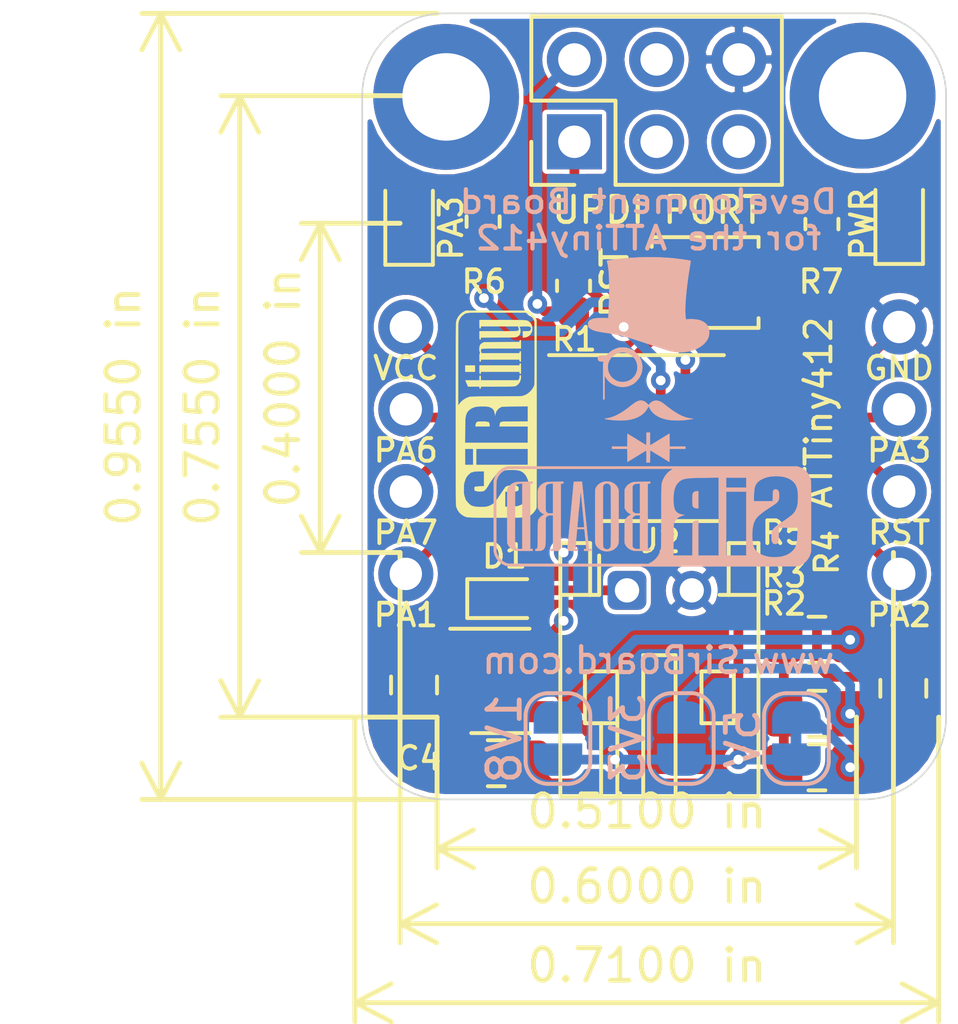
<source format=kicad_pcb>
(kicad_pcb (version 20171130) (host pcbnew "(5.1.2)-2")
  (layers (0 F.Cu signal) (31 B.Cu signal) (34 B.Paste user) (35 F.Paste user) (36 B.SilkS user) (37 F.SilkS user) (38 B.Mask user) (39 F.Mask user) (44 Edge.Cuts user))
  (net 0 "")
  (net 1 "Net-(PWR1-Pad2)")
  (net 2 VCC)
  (net 3 VIN)
  (net 4 GND)
  (net 5 RST)
  (net 6 "Net-(1V8-Pad2)")
  (net 7 "Net-(1V8-Pad1)")
  (net 8 "Net-(3V3-Pad2)")
  (net 9 "Net-(5V1-Pad1)")
  (net 10 "Net-(C3-Pad1)")
  (net 11 PA1)
  (net 12 PA7)
  (net 13 PA6)
  (net 14 PA2)
  (net 15 PA3)
  (net 16 "Net-(J4-Pad5)")
  (net 17 "Net-(J4-Pad4)")
  (net 18 "Net-(J4-Pad3)")
  (net 19 "Net-(PWR2-Pad2)")
  (module Connector_PinHeader_2.54mm:PinHeader_1x04_P2.54mm_Vertical (layer B.Cu) (at 162.052 117.348 180)
    (fp_text reference J1 hide)
    (fp_text value Conn_01x04)
    (pad 4 thru_hole oval (at 0 -7.62 180) (size 1.7 1.7) (drill 1) (layers *.Cu *.Mask) (net 11 PA1))
    (pad 3 thru_hole oval (at 0 -5.08 180) (size 1.7 1.7) (drill 1) (layers *.Cu *.Mask) (net 12 PA7))
    (pad 2 thru_hole oval (at 0 -2.54 180) (size 1.7 1.7) (drill 1) (layers *.Cu *.Mask) (net 13 PA6))
    (pad 1 thru_hole circle (at 0 0 180) (size 1.7 1.7) (drill 1) (layers *.Cu *.Mask) (net 2 VCC))
  )
  (module Connector_PinHeader_2.54mm:PinHeader_1x04_P2.54mm_Vertical (layer B.Cu) (at 177.292 117.348 180)
    (fp_text reference J3 hide)
    (fp_text value Conn_01x04)
    (pad 4 thru_hole oval (at 0 -7.62 180) (size 1.7 1.7) (drill 1) (layers *.Cu *.Mask) (net 14 PA2))
    (pad 3 thru_hole oval (at 0 -5.08 180) (size 1.7 1.7) (drill 1) (layers *.Cu *.Mask) (net 5 RST))
    (pad 2 thru_hole oval (at 0 -2.54 180) (size 1.7 1.7) (drill 1) (layers *.Cu *.Mask) (net 15 PA3))
    (pad 1 thru_hole circle (at 0 0 180) (size 1.7 1.7) (drill 1) (layers *.Cu *.Mask) (net 4 GND))
  )
  (module Jumper:SolderJumper-2_P1.3mm_Bridged_RoundedPad1.0x1.5mm (layer B.Cu) (at 174.117 130.048 270)
    (fp_text reference 5V (at 0 1.651 270) (layer B.SilkS) (effects (justify mirror)))
    (fp_text value SolderJumper_2_Bridged)
    (fp_poly (pts (xy 0.25 0.1778) (xy -0.25 0.1778) (xy -0.25 -0.1524) (xy 0.25 -0.1524)) (layer B.Cu) (width 0))
    (pad 2 smd custom (at 0.65 0 270) (size 1 0.5) (layers B.Cu B.Mask) (net 7 "Net-(1V8-Pad1)") (options (clearance outline) (anchor rect)) (primitives (gr_circle (center 0 -0.25) (end 0.5 -0.25) (width 0)) (gr_circle (center 0 0.25) (end 0.5 0.25) (width 0)) (gr_poly (pts (xy 0 0.75) (xy -0.5 0.75) (xy -0.5 -0.75) (xy 0 -0.75)) (width 0))))
    (pad 1 smd custom (at -0.65 0 270) (size 1 0.5) (layers B.Cu B.Mask) (net 9 "Net-(5V1-Pad1)") (options (clearance outline) (anchor rect)) (primitives (gr_circle (center 0 -0.25) (end 0.5 -0.25) (width 0)) (gr_circle (center 0 0.25) (end 0.5 0.25) (width 0)) (gr_poly (pts (xy 0 0.75) (xy 0.5 0.75) (xy 0.5 -0.75) (xy 0 -0.75)) (width 0))))
  )
  (module Connector_PinHeader_2.54mm:PinHeader_2x03_P2.54mm_Vertical (layer F.Cu) (at 167.259 111.633 90)
    (fp_text reference "UPDI PORT" (at -2.1082 2.5654 180) (layer F.SilkS) (effects (font (size 0.8 0.8) (thickness 0.13))))
    (fp_text value ISP6)
    (pad 1 thru_hole rect (at 0 0 90) (size 1.7 1.7) (drill 1) (layers *.Cu *.Mask) (net 5 RST))
    (pad 2 thru_hole oval (at 2.54 0 90) (size 1.7 1.7) (drill 1) (layers *.Cu *.Mask) (net 2 VCC))
    (pad 3 thru_hole oval (at 0 2.54 90) (size 1.7 1.7) (drill 1) (layers *.Cu *.Mask) (net 18 "Net-(J4-Pad3)"))
    (pad 4 thru_hole oval (at 2.54 2.54 90) (size 1.7 1.7) (drill 1) (layers *.Cu *.Mask) (net 17 "Net-(J4-Pad4)"))
    (pad 5 thru_hole oval (at 0 5.08 90) (size 1.7 1.7) (drill 1) (layers *.Cu *.Mask) (net 16 "Net-(J4-Pad5)"))
    (pad 6 thru_hole oval (at 2.54 5.08 90) (size 1.7 1.7) (drill 1) (layers *.Cu *.Mask) (net 4 GND))
  )
  (module Resistor_SMD:R_0603_1608Metric (layer F.Cu) (at 164.4396 114.0968 90)
    (fp_text reference R6 (at -1.8542 0.0254) (layer F.SilkS) (effects (font (size 0.7 0.7) (thickness 0.12))))
    (fp_text value 1k)
    (pad 2 smd roundrect (at 0.7875 0 90) (size 0.875 0.95) (layers F.Cu F.Paste F.Mask) (net 19 "Net-(PWR2-Pad2)"))
    (pad 1 smd roundrect (at -0.7875 0 90) (size 0.875 0.95) (layers F.Cu F.Paste F.Mask) (net 15 PA3))
  )
  (module LED_SMD:LED_0603_1608Metric (layer F.Cu) (at 162.1536 113.9444 90)
    (fp_text reference PA3 (at -0.3556 1.2954 270) (layer F.SilkS) (effects (font (size 0.7 0.7) (thickness 0.12))))
    (fp_text value SFH460)
    (pad 2 smd roundrect (at 0.7875 0 90) (size 0.875 0.95) (layers F.Cu F.Paste F.Mask) (net 19 "Net-(PWR2-Pad2)"))
    (pad 1 smd roundrect (at -0.7875 0 90) (size 0.875 0.95) (layers F.Cu F.Paste F.Mask) (net 4 GND))
  )
  (module Connector_JST:JST_PH_S2B-PH-K_1x02_P2.00mm_Horizontal (layer F.Cu) (at 168.8846 125.476)
    (fp_text reference J2 (at 1.0414 -1.524) (layer F.SilkS) (effects (font (size 0.7 0.7) (thickness 0.12))))
    (fp_text value Conn_01x02)
    (pad 1 thru_hole roundrect (at 0 0) (size 1.2 1.2) (drill 0.75) (layers *.Cu *.Mask) (roundrect_rratio 0.208) (net 3 VIN))
    (pad 2 thru_hole circle (at 2 0) (size 1.2 1.2) (drill 0.75) (layers *.Cu *.Mask) (net 4 GND))
  )
  (module Package_TO_SOT_SMD:SOT-23-5 (layer F.Cu) (at 164.973 128.27)
    (fp_text reference U1 hide)
    (fp_text value AP2204K-ADJ)
    (pad 5 smd rect (at 1.1 -0.95) (size 1.06 0.65) (layers F.Cu F.Paste F.Mask) (net 2 VCC))
    (pad 4 smd rect (at 1.1 0.95) (size 1.06 0.65) (layers F.Cu F.Paste F.Mask) (net 7 "Net-(1V8-Pad1)"))
    (pad 3 smd rect (at -1.1 0.95) (size 1.06 0.65) (layers F.Cu F.Paste F.Mask) (net 10 "Net-(C3-Pad1)"))
    (pad 2 smd rect (at -1.1 0) (size 1.06 0.65) (layers F.Cu F.Paste F.Mask) (net 4 GND))
    (pad 1 smd rect (at -1.1 -0.95) (size 1.06 0.65) (layers F.Cu F.Paste F.Mask) (net 10 "Net-(C3-Pad1)"))
  )
  (module MountingHole:MountingHole_2.7mm_M2.5_ISO7380_Pad (layer F.Cu) (at 163.2966 110.2487)
    (fp_text reference REF** hide)
    (fp_text value MountingHole_2.7mm_M2.5_ISO7380_Pad)
    (pad 1 thru_hole circle (at 0 0) (size 4.5 4.5) (drill 2.7) (layers *.Cu *.Mask))
  )
  (module MountingHole:MountingHole_2.7mm_M2.5_ISO7380_Pad (layer F.Cu) (at 176.1617 110.2106)
    (fp_text reference REF** hide)
    (fp_text value MountingHole_2.7mm_M2.5_ISO7380_Pad)
    (pad 1 thru_hole circle (at 0 0) (size 4.5 4.5) (drill 2.7) (layers *.Cu *.Mask))
  )
  (module Package_SO:SOIC-8_3.9x4.9mm_P1.27mm (layer F.Cu) (at 169.926 120.777)
    (fp_text reference ATTiny412 (at 4.8768 -0.7874 270) (layer F.SilkS) (effects (font (size 0.8 0.8) (thickness 0.12))))
    (fp_text value ATtiny402)
    (pad 1 smd roundrect (at -2.475 -1.905) (size 1.95 0.6) (layers F.Cu F.Paste F.Mask) (net 2 VCC))
    (pad 2 smd roundrect (at -2.475 -0.635) (size 1.95 0.6) (layers F.Cu F.Paste F.Mask) (net 13 PA6))
    (pad 3 smd roundrect (at -2.475 0.635) (size 1.95 0.6) (layers F.Cu F.Paste F.Mask) (net 12 PA7))
    (pad 4 smd roundrect (at -2.475 1.905) (size 1.95 0.6) (layers F.Cu F.Paste F.Mask) (net 11 PA1))
    (pad 5 smd roundrect (at 2.475 1.905) (size 1.95 0.6) (layers F.Cu F.Paste F.Mask) (net 14 PA2))
    (pad 6 smd roundrect (at 2.475 0.635) (size 1.95 0.6) (layers F.Cu F.Paste F.Mask) (net 5 RST))
    (pad 7 smd roundrect (at 2.475 -0.635) (size 1.95 0.6) (layers F.Cu F.Paste F.Mask) (net 15 PA3))
    (pad 8 smd roundrect (at 2.475 -1.905) (size 1.95 0.6) (layers F.Cu F.Paste F.Mask) (net 4 GND))
  )
  (module Button_Switch_SMD:SW_SPST_B3U-1000P (layer F.Cu) (at 171.2976 115.9764)
    (fp_text reference RST (at -2.794 0 90) (layer F.SilkS) (effects (font (size 0.8 0.8) (thickness 0.13))))
    (fp_text value RST)
    (pad 1 smd rect (at -1.7 0) (size 0.9 1.7) (layers F.Cu F.Paste F.Mask) (net 5 RST))
    (pad 2 smd rect (at 1.7 0) (size 0.9 1.7) (layers F.Cu F.Paste F.Mask) (net 4 GND))
  )
  (module Resistor_SMD:R_0603_1608Metric (layer F.Cu) (at 174.9044 114.173 90)
    (fp_text reference R7 (at -1.778 -0.0254) (layer F.SilkS) (effects (font (size 0.7 0.7) (thickness 0.12))))
    (fp_text value 1k)
    (pad 2 smd roundrect (at 0.7875 0 90) (size 0.875 0.95) (layers F.Cu F.Paste F.Mask) (net 1 "Net-(PWR1-Pad2)"))
    (pad 1 smd roundrect (at -0.7875 0 90) (size 0.875 0.95) (layers F.Cu F.Paste F.Mask) (net 2 VCC))
  )
  (module Resistor_SMD:R_0805_2012Metric_Pad1.15x1.40mm_HandSolder (layer F.Cu) (at 174.752 127)
    (fp_text reference R5 (at -1.016 -3.302) (layer F.SilkS) (effects (font (size 0.7 0.7) (thickness 0.12))))
    (fp_text value 220K)
    (pad 2 smd roundrect (at 1.025 0) (size 1.15 1.4) (layers F.Cu F.Paste F.Mask) (roundrect_rratio 0.217391) (net 6 "Net-(1V8-Pad2)"))
    (pad 1 smd roundrect (at -1.025 0) (size 1.15 1.4) (layers F.Cu F.Paste F.Mask) (roundrect_rratio 0.217391) (net 2 VCC))
  )
  (module Resistor_SMD:R_0805_2012Metric_Pad1.15x1.40mm_HandSolder (layer F.Cu) (at 177.419 128.4986 90)
    (fp_text reference R4 (at 4.191 -2.3622 270) (layer F.SilkS) (effects (font (size 0.7 0.7) (thickness 0.12))))
    (fp_text value 100K)
    (pad 2 smd roundrect (at 1.025 0 90) (size 1.15 1.4) (layers F.Cu F.Paste F.Mask) (roundrect_rratio 0.217391) (net 4 GND))
    (pad 1 smd roundrect (at -1.025 0 90) (size 1.15 1.4) (layers F.Cu F.Paste F.Mask) (roundrect_rratio 0.217391) (net 7 "Net-(1V8-Pad1)"))
  )
  (module Resistor_SMD:R_0805_2012Metric_Pad1.15x1.40mm_HandSolder (layer F.Cu) (at 174.752 129.286)
    (fp_text reference R3 (at -1.016 -4.2672) (layer F.SilkS) (effects (font (size 0.7 0.7) (thickness 0.12))))
    (fp_text value 60K)
    (pad 2 smd roundrect (at 1.025 0) (size 1.15 1.4) (layers F.Cu F.Paste F.Mask) (roundrect_rratio 0.217391) (net 8 "Net-(3V3-Pad2)"))
    (pad 1 smd roundrect (at -1.025 0) (size 1.15 1.4) (layers F.Cu F.Paste F.Mask) (roundrect_rratio 0.217391) (net 2 VCC))
  )
  (module Resistor_SMD:R_0805_2012Metric_Pad1.15x1.40mm_HandSolder (layer F.Cu) (at 174.752 130.937)
    (fp_text reference R2 (at -1.016 -5.0546 180) (layer F.SilkS) (effects (font (size 0.7 0.7) (thickness 0.12))))
    (fp_text value 33K)
    (pad 2 smd roundrect (at 1.025 0) (size 1.15 1.4) (layers F.Cu F.Paste F.Mask) (roundrect_rratio 0.217391) (net 9 "Net-(5V1-Pad1)"))
    (pad 1 smd roundrect (at -1.025 0) (size 1.15 1.4) (layers F.Cu F.Paste F.Mask) (roundrect_rratio 0.217391) (net 2 VCC))
  )
  (module Resistor_SMD:R_0603_1608Metric (layer F.Cu) (at 167.2336 116.078 270)
    (fp_text reference R1 (at 1.651 -0.0254) (layer F.SilkS) (effects (font (size 0.7 0.7) (thickness 0.12))))
    (fp_text value 10k)
    (pad 2 smd roundrect (at 0.7875 0 270) (size 0.875 0.95) (layers F.Cu F.Paste F.Mask) (net 2 VCC))
    (pad 1 smd roundrect (at -0.7875 0 270) (size 0.875 0.95) (layers F.Cu F.Paste F.Mask) (net 5 RST))
  )
  (module LED_SMD:LED_0603_1608Metric (layer F.Cu) (at 177.292 113.919 90)
    (fp_text reference PWR (at -0.254 -1.143 90) (layer F.SilkS) (effects (font (size 0.7 0.7) (thickness 0.12))))
    (fp_text value SFH460)
    (pad 1 smd roundrect (at -0.7875 0 90) (size 0.875 0.95) (layers F.Cu F.Paste F.Mask) (net 4 GND))
    (pad 2 smd roundrect (at 0.7875 0 90) (size 0.875 0.95) (layers F.Cu F.Paste F.Mask) (net 1 "Net-(PWR1-Pad2)"))
  )
  (module Diode_SMD:D_SOD-523 (layer F.Cu) (at 165.1 125.73)
    (fp_text reference D1 (at 0 -1.3) (layer F.SilkS) (effects (font (size 0.7 0.7) (thickness 0.12))))
    (fp_text value 1N4148WT)
    (pad 1 smd rect (at -0.7 0 180) (size 0.6 0.7) (layers F.Cu F.Paste F.Mask) (net 10 "Net-(C3-Pad1)"))
    (pad 2 smd rect (at 0.7 0 180) (size 0.6 0.7) (layers F.Cu F.Paste F.Mask) (net 3 VIN))
  )
  (module Capacitor_SMD:C_0805_2012Metric_Pad1.15x1.40mm_HandSolder (layer F.Cu) (at 164.846 130.81 180)
    (fp_text reference C4 (at 2.3876 0.1524) (layer F.SilkS) (effects (font (size 0.7 0.7) (thickness 0.12))))
    (fp_text value 1uF)
    (pad 2 smd roundrect (at 1.025 0 180) (size 1.15 1.4) (layers F.Cu F.Paste F.Mask) (roundrect_rratio 0.217391) (net 4 GND))
    (pad 1 smd roundrect (at -1.025 0 180) (size 1.15 1.4) (layers F.Cu F.Paste F.Mask) (roundrect_rratio 0.217391) (net 2 VCC))
  )
  (module Capacitor_SMD:C_0805_2012Metric_Pad1.15x1.40mm_HandSolder (layer F.Cu) (at 162.306 128.397 90)
    (fp_text reference C3 hide)
    (fp_text value 2.2uF)
    (pad 2 smd roundrect (at 1.025 0 90) (size 1.15 1.4) (layers F.Cu F.Paste F.Mask) (roundrect_rratio 0.217391) (net 4 GND))
    (pad 1 smd roundrect (at -1.025 0 90) (size 1.15 1.4) (layers F.Cu F.Paste F.Mask) (roundrect_rratio 0.217391) (net 10 "Net-(C3-Pad1)"))
  )
  (module Jumper:SolderJumper-2_P1.3mm_Open_RoundedPad1.0x1.5mm (layer B.Cu) (at 170.561 130.048 90)
    (fp_text reference 3V3 (at 0 -1.651 90) (layer B.SilkS) (effects (justify mirror)))
    (fp_text value SolderJumper_2_Open)
    (pad 2 smd custom (at 0.65 0 90) (size 1 0.5) (layers B.Cu B.Mask) (net 8 "Net-(3V3-Pad2)") (options (clearance outline) (anchor rect)) (primitives (gr_circle (center 0 -0.25) (end 0.5 -0.25) (width 0)) (gr_circle (center 0 0.25) (end 0.5 0.25) (width 0)) (gr_poly (pts (xy 0 0.75) (xy -0.5 0.75) (xy -0.5 -0.75) (xy 0 -0.75)) (width 0))))
    (pad 1 smd custom (at -0.65 0 90) (size 1 0.5) (layers B.Cu B.Mask) (net 7 "Net-(1V8-Pad1)") (options (clearance outline) (anchor rect)) (primitives (gr_circle (center 0 -0.25) (end 0.5 -0.25) (width 0)) (gr_circle (center 0 0.25) (end 0.5 0.25) (width 0)) (gr_poly (pts (xy 0 0.75) (xy 0.5 0.75) (xy 0.5 -0.75) (xy 0 -0.75)) (width 0))))
  )
  (module Jumper:SolderJumper-2_P1.3mm_Open_RoundedPad1.0x1.5mm (layer B.Cu) (at 166.751 130.048 90)
    (fp_text reference 1V8 (at 0 -1.651 90) (layer B.SilkS) (effects (justify mirror)))
    (fp_text value SolderJumper_2_Open)
    (pad 2 smd custom (at 0.65 0 90) (size 1 0.5) (layers B.Cu B.Mask) (net 6 "Net-(1V8-Pad2)") (options (clearance outline) (anchor rect)) (primitives (gr_circle (center 0 -0.25) (end 0.5 -0.25) (width 0)) (gr_circle (center 0 0.25) (end 0.5 0.25) (width 0)) (gr_poly (pts (xy 0 0.75) (xy -0.5 0.75) (xy -0.5 -0.75) (xy 0 -0.75)) (width 0))))
    (pad 1 smd custom (at -0.65 0 90) (size 1 0.5) (layers B.Cu B.Mask) (net 7 "Net-(1V8-Pad1)") (options (clearance outline) (anchor rect)) (primitives (gr_circle (center 0 -0.25) (end 0.5 -0.25) (width 0)) (gr_circle (center 0 0.25) (end 0.5 0.25) (width 0)) (gr_poly (pts (xy 0 0.75) (xy 0.5 0.75) (xy 0.5 -0.75) (xy 0 -0.75)) (width 0))))
  )
  (module logo:SirBoard98x31 (layer B.Cu) (at 169.672 123.19 180)
    (fp_text reference G*** hide)
    (fp_text value LOGO hide)
  )
  (module logo:logo63x89 (layer B.Cu) (at 169.545 118.364 180)
    (fp_text reference G*** hide)
    (fp_text value LOGO hide)
  )
  (module logo:SirTinyV2_64x25 (layer F.Cu) (at 164.846 120.0404 90)
    (fp_text reference G*** hide)
    (fp_text value LOGO hide)
  )
  (gr_text "Development Board\nfor the ATTiny412" (at 169.545 114.046) (layer B.SilkS) (effects (font (size 0.7 0.8) (thickness 0.13)) (justify mirror)))
  (gr_text www.SirBoard.com (at 169.8498 127.635) (layer B.SilkS) (effects (font (size 0.8 0.8) (thickness 0.13)) (justify mirror)))
  (gr_text RST (at 177.292 123.698) (layer F.SilkS) (effects (font (size 0.7 0.7) (thickness 0.12))))
  (gr_text PA6 (at 162.052 121.158) (layer F.SilkS) (effects (font (size 0.7 0.7) (thickness 0.12))))
  (gr_text PA7 (at 162.052 123.698) (layer F.SilkS) (effects (font (size 0.7 0.7) (thickness 0.12))))
  (gr_text GND (at 177.292 118.618) (layer F.SilkS) (effects (font (size 0.7 0.7) (thickness 0.12))))
  (gr_text PA1 (at 162.052 126.238) (layer F.SilkS) (effects (font (size 0.7 0.7) (thickness 0.12))))
  (gr_text PA3 (at 177.292 121.158) (layer F.SilkS) (effects (font (size 0.7 0.7) (thickness 0.12))))
  (gr_text PA2 (at 177.292 126.238) (layer F.SilkS) (effects (font (size 0.7 0.7) (thickness 0.12))))
  (gr_text VCC (at 162.052 118.618) (layer F.SilkS) (effects (font (size 0.7 0.7) (thickness 0.12))))
  (dimension 10.16 (width 0.15) (layer F.SilkS) (gr_text "10.160 mm" (at 158.1104 119.2276 90) (layer F.SilkS) (effects (font (size 1 1) (thickness 0.15)) hide)) (feature1 (pts (xy 161.8742 114.1476) (xy 158.823979 114.1476))) (feature2 (pts (xy 161.8742 124.3076) (xy 158.823979 124.3076))) (crossbar (pts (xy 159.4104 124.3076) (xy 159.4104 114.1476))) (arrow1a (pts (xy 159.4104 114.1476) (xy 159.996821 115.274104))) (arrow1b (pts (xy 159.4104 114.1476) (xy 158.823979 115.274104))) (arrow2a (pts (xy 159.4104 124.3076) (xy 159.996821 123.181096))) (arrow2b (pts (xy 159.4104 124.3076) (xy 158.823979 123.181096))))
  (dimension 19.177 (width 0.15) (layer F.SilkS) (gr_text "19.177 mm" (at 155.6212 119.7991 90) (layer F.SilkS) (effects (font (size 1 1) (thickness 0.15)) hide)) (feature1 (pts (xy 163.0172 110.2106) (xy 156.334779 110.2106))) (feature2 (pts (xy 163.0172 129.3876) (xy 156.334779 129.3876))) (crossbar (pts (xy 156.9212 129.3876) (xy 156.9212 110.2106))) (arrow1a (pts (xy 156.9212 110.2106) (xy 157.507621 111.337104))) (arrow1b (pts (xy 156.9212 110.2106) (xy 156.334779 111.337104))) (arrow2a (pts (xy 156.9212 129.3876) (xy 157.507621 128.261096))) (arrow2b (pts (xy 156.9212 129.3876) (xy 156.334779 128.261096))))
  (dimension 24.257 (width 0.15) (layer F.SilkS) (gr_text "24.257 mm" (at 153.1828 119.7991 90) (layer F.SilkS) (effects (font (size 1 1) (thickness 0.15)) hide)) (feature1 (pts (xy 163.0172 107.6706) (xy 153.896379 107.6706))) (feature2 (pts (xy 163.0172 131.9276) (xy 153.896379 131.9276))) (crossbar (pts (xy 154.4828 131.9276) (xy 154.4828 107.6706))) (arrow1a (pts (xy 154.4828 107.6706) (xy 155.069221 108.797104))) (arrow1b (pts (xy 154.4828 107.6706) (xy 153.896379 108.797104))) (arrow2a (pts (xy 154.4828 131.9276) (xy 155.069221 130.801096))) (arrow2b (pts (xy 154.4828 131.9276) (xy 153.896379 130.801096))))
  (dimension 12.954 (width 0.15) (layer F.SilkS) (gr_text "12.954 mm" (at 169.4942 134.7516) (layer F.SilkS) (effects (font (size 1 1) (thickness 0.15)) hide)) (feature1 (pts (xy 163.0172 129.3876) (xy 163.0172 134.038021))) (feature2 (pts (xy 175.9712 129.3876) (xy 175.9712 134.038021))) (crossbar (pts (xy 175.9712 133.4516) (xy 163.0172 133.4516))) (arrow1a (pts (xy 163.0172 133.4516) (xy 164.143704 132.865179))) (arrow1b (pts (xy 163.0172 133.4516) (xy 164.143704 134.038021))) (arrow2a (pts (xy 175.9712 133.4516) (xy 174.844696 132.865179))) (arrow2b (pts (xy 175.9712 133.4516) (xy 174.844696 134.038021))))
  (dimension 15.24 (width 0.15) (layer F.SilkS) (gr_text "15.240 mm" (at 169.4942 137.063) (layer F.SilkS) (effects (font (size 1 1) (thickness 0.15)) hide)) (feature1 (pts (xy 161.8742 124.3076) (xy 161.8742 136.349421))) (feature2 (pts (xy 177.1142 124.3076) (xy 177.1142 136.349421))) (crossbar (pts (xy 177.1142 135.763) (xy 161.8742 135.763))) (arrow1a (pts (xy 161.8742 135.763) (xy 163.000704 135.176579))) (arrow1b (pts (xy 161.8742 135.763) (xy 163.000704 136.349421))) (arrow2a (pts (xy 177.1142 135.763) (xy 175.987696 135.176579))) (arrow2b (pts (xy 177.1142 135.763) (xy 175.987696 136.349421))))
  (dimension 18.034 (width 0.15) (layer F.SilkS) (gr_text "18.034 mm" (at 169.4942 139.5014) (layer F.SilkS) (effects (font (size 1 1) (thickness 0.15)) hide)) (feature1 (pts (xy 160.4772 129.3876) (xy 160.4772 138.787821))) (feature2 (pts (xy 178.5112 129.3876) (xy 178.5112 138.787821))) (crossbar (pts (xy 178.5112 138.2014) (xy 160.4772 138.2014))) (arrow1a (pts (xy 160.4772 138.2014) (xy 161.603704 137.614979))) (arrow1b (pts (xy 160.4772 138.2014) (xy 161.603704 138.787821))) (arrow2a (pts (xy 178.5112 138.2014) (xy 177.384696 137.614979))) (arrow2b (pts (xy 178.5112 138.2014) (xy 177.384696 138.787821))))
  (gr_line (start 176.1998 107.6706) (end 163.2458 107.6706) (layer Edge.Cuts) (width 0.05))
  (gr_arc (start 176.1998 129.3876) (end 176.1998 131.9276) (angle -90) (layer Edge.Cuts) (width 0.05))
  (gr_line (start 163.2458 131.9276) (end 176.1998 131.9276) (layer Edge.Cuts) (width 0.05))
  (gr_arc (start 163.2458 129.3876) (end 160.7058 129.3876) (angle -90) (layer Edge.Cuts) (width 0.05))
  (gr_arc (start 163.2458 110.2106) (end 163.2458 107.6706) (angle -90) (layer Edge.Cuts) (width 0.05))
  (gr_arc (start 176.1998 110.2106) (end 178.7398 110.2106) (angle -90) (layer Edge.Cuts) (width 0.05))
  (gr_line (start 160.7058 110.2106) (end 160.7058 129.3876) (layer Edge.Cuts) (width 0.05))
  (gr_line (start 178.7398 110.2106) (end 178.7398 129.3876) (layer Edge.Cuts) (width 0.05))
  (segment (start 175.1584 113.1315) (end 174.9044 113.3855) (width 0.3) (layer F.Cu) (net 1))
  (segment (start 177.292 113.1315) (end 175.1584 113.1315) (width 0.3) (layer F.Cu) (net 1))
  (segment (start 163.576 118.872) (end 162.052 117.348) (width 0.3) (layer F.Cu) (net 2))
  (segment (start 167.451 118.872) (end 163.576 118.872) (width 0.3) (layer F.Cu) (net 2))
  (segment (start 173.727 127.635) (end 173.727 130.937) (width 0.3) (layer F.Cu) (net 2))
  (segment (start 167.451 118.872) (end 168.526 118.872) (width 0.3) (layer F.Cu) (net 2))
  (segment (start 165.196 130.81) (end 165.871 130.81) (width 0.3) (layer F.Cu) (net 2))
  (segment (start 164.973 130.587) (end 165.196 130.81) (width 0.3) (layer F.Cu) (net 2))
  (segment (start 164.973 128.215) (end 164.973 130.587) (width 0.3) (layer F.Cu) (net 2))
  (segment (start 166.073 127.32) (end 165.868 127.32) (width 0.3) (layer F.Cu) (net 2))
  (segment (start 165.868 127.32) (end 164.973 128.215) (width 0.3) (layer F.Cu) (net 2))
  (segment (start 166.494372 131.433372) (end 165.871 130.81) (width 0.3) (layer F.Cu) (net 2))
  (segment (start 173.727 130.937) (end 173.230628 131.433372) (width 0.3) (layer F.Cu) (net 2))
  (segment (start 173.230628 131.433372) (end 166.494372 131.433372) (width 0.3) (layer F.Cu) (net 2))
  (segment (start 168.526 118.872) (end 169.2148 119.5608) (width 0.3) (layer F.Cu) (net 2))
  (segment (start 169.2148 119.5608) (end 169.2148 123.4694) (width 0.3) (layer F.Cu) (net 2))
  (segment (start 169.2148 123.4694) (end 168.8592 123.825) (width 0.3) (layer F.Cu) (net 2))
  (via (at 166.9288 124.3076) (size 0.6) (drill 0.3) (layers F.Cu B.Cu) (net 2))
  (segment (start 168.8592 123.825) (end 167.4114 123.825) (width 0.3) (layer F.Cu) (net 2))
  (segment (start 167.4114 123.825) (end 166.9288 124.3076) (width 0.3) (layer F.Cu) (net 2))
  (segment (start 166.9288 124.3076) (end 166.9288 126.4158) (width 0.3) (layer B.Cu) (net 2))
  (via (at 166.9288 126.4158) (size 0.6) (drill 0.3) (layers F.Cu B.Cu) (net 2))
  (segment (start 166.073 127.2716) (end 166.9288 126.4158) (width 0.3) (layer F.Cu) (net 2))
  (segment (start 166.073 127.32) (end 166.073 127.2716) (width 0.3) (layer F.Cu) (net 2))
  (segment (start 167.451 117.0829) (end 167.2336 116.8655) (width 0.3) (layer F.Cu) (net 2))
  (segment (start 167.451 118.872) (end 167.451 117.0829) (width 0.3) (layer F.Cu) (net 2))
  (via (at 166.116 116.6368) (size 0.6) (drill 0.3) (layers F.Cu B.Cu) (net 2))
  (segment (start 167.259 109.093) (end 166.116 110.236) (width 0.3) (layer B.Cu) (net 2))
  (segment (start 166.116 110.236) (end 166.116 116.212536) (width 0.3) (layer B.Cu) (net 2))
  (segment (start 166.116 116.212536) (end 166.116 116.6368) (width 0.3) (layer B.Cu) (net 2))
  (segment (start 166.3447 116.8655) (end 166.116 116.6368) (width 0.3) (layer F.Cu) (net 2))
  (segment (start 167.2336 116.8655) (end 166.3447 116.8655) (width 0.3) (layer F.Cu) (net 2))
  (segment (start 174.9044 117.348) (end 174.9044 114.9605) (width 0.3) (layer F.Cu) (net 2))
  (segment (start 174.5996 117.6528) (end 174.9044 117.348) (width 0.3) (layer F.Cu) (net 2))
  (segment (start 168.526 118.872) (end 169.7452 117.6528) (width 0.3) (layer F.Cu) (net 2))
  (segment (start 169.7452 117.6528) (end 174.5996 117.6528) (width 0.3) (layer F.Cu) (net 2))
  (segment (start 166.054 125.476) (end 165.8 125.73) (width 0.3) (layer F.Cu) (net 3))
  (segment (start 168.8846 125.476) (end 166.054 125.476) (width 0.3) (layer F.Cu) (net 3))
  (segment (start 175.768 118.872) (end 177.292 117.348) (width 0.3) (layer F.Cu) (net 4))
  (segment (start 172.401 118.872) (end 175.768 118.872) (width 0.3) (layer F.Cu) (net 4))
  (segment (start 176.276 121.412) (end 177.292 122.428) (width 0.3) (layer F.Cu) (net 5))
  (segment (start 172.401 121.412) (end 176.276 121.412) (width 0.3) (layer F.Cu) (net 5))
  (via (at 169.926 118.998996) (size 0.6) (drill 0.3) (layers F.Cu B.Cu) (net 5))
  (segment (start 169.926 120.012) (end 169.926 119.42326) (width 0.3) (layer F.Cu) (net 5))
  (segment (start 169.926 119.42326) (end 169.926 118.998996) (width 0.3) (layer F.Cu) (net 5))
  (segment (start 171.326 121.412) (end 169.926 120.012) (width 0.3) (layer F.Cu) (net 5))
  (segment (start 172.401 121.412) (end 171.326 121.412) (width 0.3) (layer F.Cu) (net 5))
  (via (at 168.782996 117.348) (size 0.6) (drill 0.3) (layers F.Cu B.Cu) (net 5))
  (segment (start 169.926 118.998996) (end 169.926 118.491004) (width 0.3) (layer B.Cu) (net 5))
  (segment (start 169.082995 117.647999) (end 168.782996 117.348) (width 0.3) (layer B.Cu) (net 5))
  (segment (start 169.926 118.491004) (end 169.082995 117.647999) (width 0.3) (layer B.Cu) (net 5))
  (segment (start 168.782996 116.585996) (end 168.782996 117.348) (width 0.3) (layer F.Cu) (net 5))
  (segment (start 167.259 111.633) (end 167.259 115.062) (width 0.3) (layer F.Cu) (net 5))
  (segment (start 167.259 115.062) (end 168.782996 116.585996) (width 0.3) (layer F.Cu) (net 5))
  (segment (start 169.392592 115.9764) (end 168.782996 116.585996) (width 0.3) (layer F.Cu) (net 5))
  (segment (start 169.5976 115.9764) (end 169.392592 115.9764) (width 0.3) (layer F.Cu) (net 5))
  (via (at 175.777 127) (size 0.6) (drill 0.3) (layers F.Cu B.Cu) (net 6))
  (segment (start 166.751 129.398) (end 169.149 127) (width 0.3) (layer B.Cu) (net 6))
  (segment (start 169.149 127) (end 175.777 127) (width 0.3) (layer B.Cu) (net 6))
  (via (at 168.514 130.698) (size 0.6) (drill 0.3) (layers F.Cu B.Cu) (net 7))
  (segment (start 167.036 129.22) (end 168.514 130.698) (width 0.3) (layer F.Cu) (net 7))
  (segment (start 166.073 129.22) (end 167.036 129.22) (width 0.3) (layer F.Cu) (net 7))
  (segment (start 166.751 130.698) (end 168.514 130.698) (width 0.3) (layer B.Cu) (net 7))
  (segment (start 172.324 130.698) (end 174.117 130.698) (width 0.3) (layer B.Cu) (net 7))
  (segment (start 168.514 130.698) (end 172.324 130.698) (width 0.3) (layer B.Cu) (net 7))
  (via (at 172.324 130.698) (size 0.6) (drill 0.3) (layers F.Cu B.Cu) (net 7))
  (segment (start 172.324 126.253) (end 172.324 130.698) (width 0.3) (layer F.Cu) (net 7))
  (segment (start 174.371 125.857) (end 172.72 125.857) (width 0.3) (layer F.Cu) (net 7))
  (segment (start 172.72 125.857) (end 172.324 126.253) (width 0.3) (layer F.Cu) (net 7))
  (segment (start 177.419 129.159) (end 176.403 128.143) (width 0.3) (layer F.Cu) (net 7))
  (segment (start 176.403 128.143) (end 175.133 128.143) (width 0.3) (layer F.Cu) (net 7))
  (segment (start 177.419 129.5236) (end 177.419 129.159) (width 0.3) (layer F.Cu) (net 7))
  (segment (start 175.133 128.143) (end 174.752 127.762) (width 0.3) (layer F.Cu) (net 7))
  (segment (start 174.752 127.762) (end 174.752 126.238) (width 0.3) (layer F.Cu) (net 7))
  (segment (start 174.752 126.238) (end 174.371 125.857) (width 0.3) (layer F.Cu) (net 7))
  (via (at 175.777 129.286) (size 0.6) (drill 0.3) (layers F.Cu B.Cu) (net 8))
  (segment (start 175.777 128.406) (end 175.777 129.286) (width 0.3) (layer B.Cu) (net 8))
  (segment (start 175.26 127.889) (end 175.777 128.406) (width 0.3) (layer B.Cu) (net 8))
  (segment (start 171.45 127.889) (end 175.26 127.889) (width 0.3) (layer B.Cu) (net 8))
  (segment (start 170.561 129.398) (end 170.561 128.778) (width 0.3) (layer B.Cu) (net 8))
  (segment (start 170.561 128.778) (end 171.45 127.889) (width 0.3) (layer B.Cu) (net 8))
  (via (at 175.777 130.937) (size 0.6) (drill 0.3) (layers F.Cu B.Cu) (net 9))
  (segment (start 175.768 130.928) (end 175.777 130.937) (width 0.3) (layer B.Cu) (net 9))
  (segment (start 175.768 130.556) (end 175.768 130.928) (width 0.3) (layer B.Cu) (net 9))
  (segment (start 174.117 129.398) (end 174.61 129.398) (width 0.3) (layer B.Cu) (net 9))
  (segment (start 174.61 129.398) (end 175.768 130.556) (width 0.3) (layer B.Cu) (net 9))
  (segment (start 162.508 129.22) (end 162.306 129.422) (width 0.3) (layer F.Cu) (net 10))
  (segment (start 163.873 129.22) (end 162.508 129.22) (width 0.3) (layer F.Cu) (net 10))
  (segment (start 163.873 126.257) (end 164.4 125.73) (width 0.3) (layer F.Cu) (net 10))
  (segment (start 163.873 127.32) (end 163.873 126.257) (width 0.3) (layer F.Cu) (net 10))
  (segment (start 164.338 122.682) (end 162.052 124.968) (width 0.3) (layer F.Cu) (net 11))
  (segment (start 167.451 122.682) (end 164.338 122.682) (width 0.3) (layer F.Cu) (net 11))
  (segment (start 163.068 121.412) (end 162.052 122.428) (width 0.3) (layer F.Cu) (net 12))
  (segment (start 167.451 121.412) (end 163.068 121.412) (width 0.3) (layer F.Cu) (net 12))
  (segment (start 162.306 120.142) (end 162.052 119.888) (width 0.3) (layer F.Cu) (net 13))
  (segment (start 167.451 120.142) (end 162.306 120.142) (width 0.3) (layer F.Cu) (net 13))
  (segment (start 175.006 122.682) (end 177.292 124.968) (width 0.3) (layer F.Cu) (net 14))
  (segment (start 172.401 122.682) (end 175.006 122.682) (width 0.3) (layer F.Cu) (net 14))
  (segment (start 177.038 120.142) (end 177.292 119.888) (width 0.3) (layer F.Cu) (net 15))
  (segment (start 172.401 120.142) (end 177.038 120.142) (width 0.3) (layer F.Cu) (net 15))
  (segment (start 172.401 120.142) (end 171.196 120.142) (width 0.3) (layer F.Cu) (net 15))
  (via (at 170.688 118.364) (size 0.6) (drill 0.3) (layers F.Cu B.Cu) (net 15))
  (segment (start 171.196 120.142) (end 170.688 119.634) (width 0.3) (layer F.Cu) (net 15))
  (segment (start 170.688 119.634) (end 170.688 118.364) (width 0.3) (layer F.Cu) (net 15))
  (segment (start 170.688 118.364) (end 170.688 117.729) (width 0.3) (layer B.Cu) (net 15))
  (segment (start 170.688 117.729) (end 169.545 116.586) (width 0.3) (layer B.Cu) (net 15))
  (segment (start 169.545 116.586) (end 167.767 116.586) (width 0.3) (layer B.Cu) (net 15))
  (segment (start 167.767 116.586) (end 166.878 117.475) (width 0.3) (layer B.Cu) (net 15))
  (via (at 164.465 116.459) (size 0.6) (drill 0.3) (layers F.Cu B.Cu) (net 15))
  (segment (start 166.878 117.475) (end 165.481 117.475) (width 0.3) (layer B.Cu) (net 15))
  (segment (start 165.481 117.475) (end 164.465 116.459) (width 0.3) (layer B.Cu) (net 15))
  (segment (start 164.465 114.9097) (end 164.4396 114.8843) (width 0.3) (layer F.Cu) (net 15))
  (segment (start 164.465 116.459) (end 164.465 114.9097) (width 0.3) (layer F.Cu) (net 15))
  (segment (start 162.306 113.3093) (end 162.1536 113.1569) (width 0.3) (layer F.Cu) (net 19))
  (segment (start 164.4396 113.3093) (end 162.306 113.3093) (width 0.3) (layer F.Cu) (net 19))
  (zone (net 4) (net_name GND) (layer F.Cu) (connect_pads (clearance 0.14)) (min_thickness 0.15) (fill yes (arc_segments 32) (thermal_gap 0.2) (thermal_bridge_width 0.25))
    (polygon (pts (xy 160.7058 107.6706) (xy 178.7398 107.6706) (xy 178.7398 131.9276) (xy 160.7058 131.9276)))
  )
  (zone (net 4) (net_name GND) (layer B.Cu) (connect_pads (clearance 0.14)) (min_thickness 0.15) (fill yes (arc_segments 32) (thermal_gap 0.2) (thermal_bridge_width 0.25))
    (polygon (pts (xy 160.7058 107.6706) (xy 178.7398 107.6706) (xy 178.7398 131.9276) (xy 160.7058 131.9276)))
  )
)
</source>
